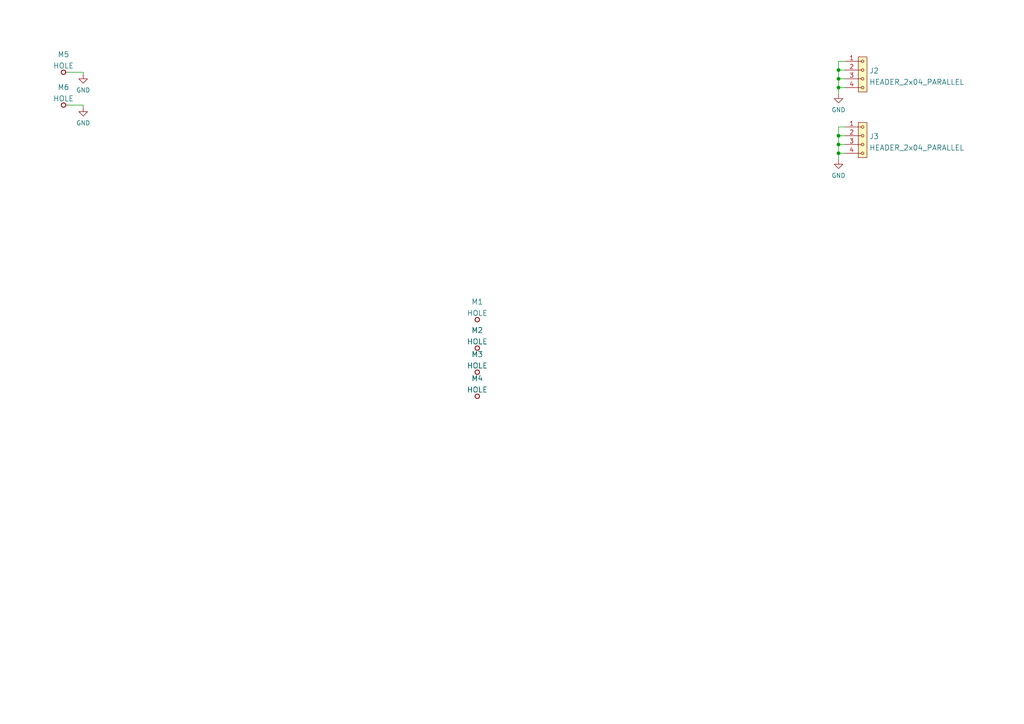
<source format=kicad_sch>
(kicad_sch (version 20211123) (generator eeschema)
  (paper "A4")
  (title_block (title "SOLARMINIBAT01A") (date "2022-07-20") (rev "A") (company "MLAB.cz") (comment 2 "Solar charged LTO Battery Managment System"))
  (lib_symbols
    (symbol "MLAB_HEADER:HEADER_1x04" (pin_names (offset 1.016))
      (property "Reference" "J" (at 0 -6.35 0))
      (property "Value" "HEADER_1x04" (at 0 6.35 0))
      (symbol "HEADER_1x04_0_1"
        (rectangle (start -1.27 5.08) (end 1.27 -5.08) (fill (type background)))
        (circle (center 0 -3.81) (radius 0.381))
        (circle (center 0 -1.27) (radius 0.381))
        (polyline (pts (xy -1.27 -3.81) (xy -0.381 -3.81)))
        (polyline (pts (xy -1.27 -1.27) (xy -0.381 -1.27)))
        (polyline (pts (xy -1.27 1.27) (xy -0.381 1.27)))
        (polyline (pts (xy -1.27 3.81) (xy -0.381 3.81)))
        (circle (center 0 1.27) (radius 0.381))
        (circle (center 0 3.81) (radius 0.381))
      )
      (symbol "HEADER_1x04_1_1"
        (pin input line (at -5.08 3.81 0) (length 3.81) (name "~") (number "1"))
        (pin input line (at -5.08 1.27 0) (length 3.81) (name "~") (number "2"))
        (pin input line (at -5.08 -1.27 0) (length 3.81) (name "~") (number "3"))
        (pin input line (at -5.08 -3.81 0) (length 3.81) (name "~") (number "4"))
      )
    )
    (symbol "MLAB_MECHANICAL:HOLE" (pin_numbers hide) (pin_names (offset 1.016) hide)
      (property "Reference" "M" (at 0 2.54 0))
      (property "Value" "HOLE" (at 0 -2.54 0))
      (symbol "HOLE_0_1"
        (circle (center 0 0) (radius 0.635) (stroke (width 0.254)))
      )
      (symbol "HOLE_1_1"
        (pin input line (at 1.27 0 180) (length 0.635) (name "~") (number "1"))
      )
    )
    (symbol "MLAB_MECHANICAL:HOLE_TF" (pin_numbers hide) (pin_names (offset 1.016) hide) (in_bom no)
      (property "Reference" "M" (at 0 2.54 0))
      (property "Value" "HOLE_TF" (at 0 -2.54 0))
      (symbol "HOLE_TF_0_1"
        (circle (center 0 0) (radius 0.635) (stroke (width 0.254)))
      )
    )
    (symbol "power:GND" (power) (pin_names (offset 0))
      (property "Value" "GND" (at 0 -3.81 0))
      (symbol "GND_0_1"
        (polyline (pts (xy 0 0) (xy 0 -1.27) (xy 1.27 -1.27) (xy 0 -2.54) (xy -1.27 -1.27) (xy 0 -1.27)))
      )
      (symbol "GND_1_1"
        (pin power_in line (at 0 0 270) (length 0) hide (name "GND") (number "1"))
      )
    )
  )
  (junction (at 243.205 20.32))
  (junction (at 243.205 22.86))
  (junction (at 243.205 25.4))
  (junction (at 243.205 41.91))
  (junction (at 243.205 44.45))
  (junction (at 243.205 39.37))
  (wire (pts (xy 243.205 20.32) (xy 243.205 22.86)))
  (wire (pts (xy 243.205 22.86) (xy 245.11 22.86)))
  (wire (pts (xy 243.205 36.83) (xy 243.205 39.37)))
  (wire (pts (xy 24.13 30.48) (xy 24.13 31.115)))
  (wire (pts (xy 243.205 25.4) (xy 243.205 27.305)))
  (wire (pts (xy 243.205 20.32) (xy 245.11 20.32)))
  (wire (pts (xy 243.205 25.4) (xy 245.11 25.4)))
  (wire (pts (xy 243.205 41.91) (xy 245.11 41.91)))
  (wire (pts (xy 245.11 36.83) (xy 243.205 36.83)))
  (wire (pts (xy 243.205 22.86) (xy 243.205 25.4)))
  (wire (pts (xy 243.205 44.45) (xy 243.205 46.355)))
  (wire (pts (xy 243.205 41.91) (xy 243.205 44.45)))
  (wire (pts (xy 243.205 17.78) (xy 243.205 20.32)))
  (wire (pts (xy 19.685 30.48) (xy 24.13 30.48)))
  (wire (pts (xy 19.685 20.955) (xy 24.13 20.955)))
  (wire (pts (xy 24.13 20.955) (xy 24.13 21.59)))
  (wire (pts (xy 243.205 44.45) (xy 245.11 44.45)))
  (wire (pts (xy 243.205 39.37) (xy 245.11 39.37)))
  (wire (pts (xy 243.205 39.37) (xy 243.205 41.91)))
  (wire (pts (xy 245.11 17.78) (xy 243.205 17.78)))
  (symbol (lib_id "power:GND") (at 243.205 46.355 0) (unit 1)
    (property "Reference" "#PWR0101" (effects hide))
    (property "Value" "GND" (at 243.205 50.9175 0))
  )
  (symbol (lib_id "power:GND") (at 243.205 27.305 0) (unit 1)
    (property "Reference" "#PWR0102" (effects hide))
    (property "Value" "GND" (at 243.205 31.8675 0))
  )
  (symbol (lib_id "power:GND") (at 24.13 21.59 0) (unit 1)
    (property "Reference" "#PWR0103" (effects hide))
    (property "Value" "GND" (at 24.13 26.1525 0))
  )
  (symbol (lib_id "MLAB_MECHANICAL:HOLE_TF") (at 138.43 114.935 0) (unit 1) (in_bom no)
    (property "Reference" "M4" (at 138.43 109.7691 0) (effects (font (size 1.524 1.524))))
    (property "Value" "HOLE" (at 138.43 113.0481 0) (effects (font (size 1.524 1.524))))
    (property "Footprint" "Mlab_Mechanical:dira_19,2mm" (effects hide))
  )
  (symbol (lib_id "MLAB_HEADER:HEADER_1x04") (at 250.19 21.59 0) (unit 1)
    (property "Reference" "J2" (at 252.095 20.5253 0) (effects (font (size 1.524 1.524)) (justify left)))
    (property "Value" "HEADER_2x04_PARALLEL" (at 252.095 23.8043 0) (effects (font (size 1.524 1.524)) (justify left)))
    (property "Footprint" "Mlab_Pin_Headers:Angled_1x04" (effects hide))
  )
  (symbol (lib_id "MLAB_MECHANICAL:HOLE_TF") (at 138.43 100.965 0) (unit 1) (in_bom no)
    (property "Reference" "M2" (at 138.43 95.7991 0) (effects (font (size 1.524 1.524))))
    (property "Value" "HOLE" (at 138.43 99.0781 0) (effects (font (size 1.524 1.524))))
    (property "Footprint" "Mlab_Mechanical:dira_19,2mm" (effects hide))
  )
  (symbol (lib_id "MLAB_MECHANICAL:HOLE") (at 18.415 20.955 0) (unit 1)
    (property "Reference" "M5" (at 18.415 15.7891 0) (effects (font (size 1.524 1.524))))
    (property "Value" "HOLE" (at 18.415 19.0681 0) (effects (font (size 1.524 1.524))))
    (property "Footprint" "Mlab_Mechanical:MountingHole_3mm" (effects hide))
  )
  (symbol (lib_id "MLAB_MECHANICAL:HOLE") (at 18.415 30.48 0) (unit 1)
    (property "Reference" "M6" (at 18.415 25.3141 0) (effects (font (size 1.524 1.524))))
    (property "Value" "HOLE" (at 18.415 28.5931 0) (effects (font (size 1.524 1.524))))
    (property "Footprint" "Mlab_Mechanical:MountingHole_3mm" (effects hide))
  )
  (symbol (lib_id "MLAB_MECHANICAL:HOLE_TF") (at 138.43 107.95 0) (unit 1) (in_bom no)
    (property "Reference" "M3" (at 138.43 102.7841 0) (effects (font (size 1.524 1.524))))
    (property "Value" "HOLE" (at 138.43 106.0631 0) (effects (font (size 1.524 1.524))))
    (property "Footprint" "Mlab_Mechanical:dira_19,2mm" (effects hide))
  )
  (symbol (lib_id "power:GND") (at 24.13 31.115 0) (unit 1)
    (property "Reference" "#PWR0104" (effects hide))
    (property "Value" "GND" (at 24.13 35.6775 0))
  )
  (symbol (lib_id "MLAB_HEADER:HEADER_1x04") (at 250.19 40.64 0) (unit 1)
    (property "Reference" "J3" (at 252.095 39.5753 0) (effects (font (size 1.524 1.524)) (justify left)))
    (property "Value" "HEADER_2x04_PARALLEL" (at 252.095 42.8543 0) (effects (font (size 1.524 1.524)) (justify left)))
    (property "Footprint" "Mlab_Pin_Headers:Angled_1x04" (effects hide))
  )
  (symbol (lib_id "MLAB_MECHANICAL:HOLE_TF") (at 138.43 92.71 0) (unit 1) (in_bom no)
    (property "Reference" "M1" (at 138.43 87.5441 0) (effects (font (size 1.524 1.524))))
    (property "Value" "HOLE" (at 138.43 90.8231 0) (effects (font (size 1.524 1.524))))
    (property "Footprint" "Mlab_Mechanical:dira_19,2mm" (effects hide))
  )
)
</source>
